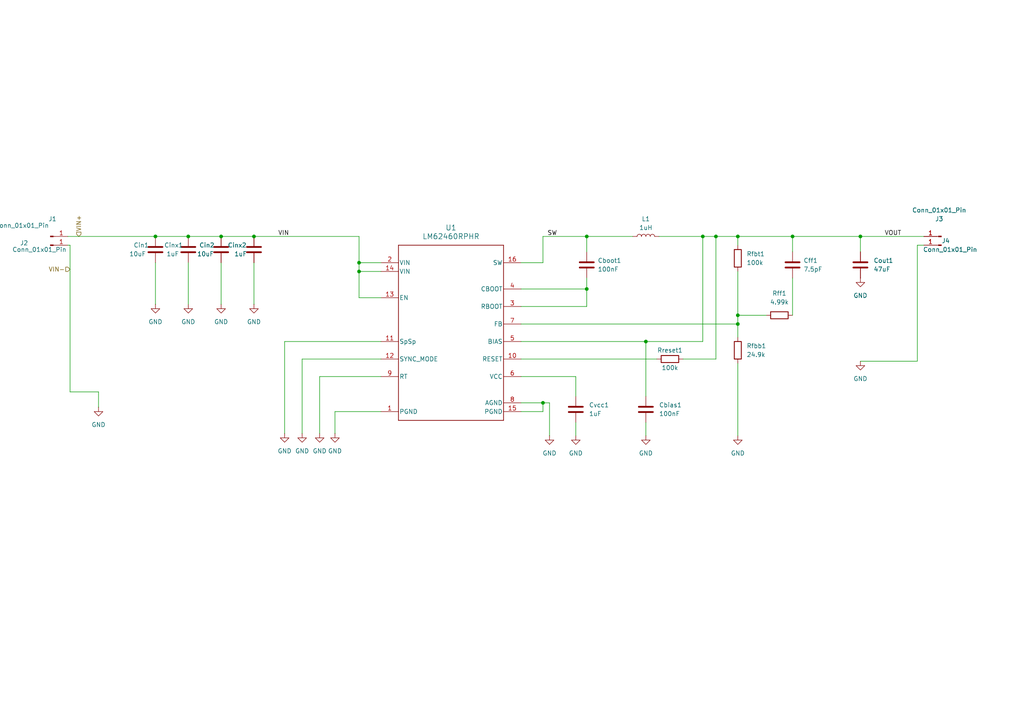
<source format=kicad_sch>
(kicad_sch (version 20231120) (generator "eeschema") (generator_version "8.0")
  (paper "A4")
  (lib_symbols
    (symbol "Connector:Conn_01x01_Pin" (pin_names (offset 1.016) hide)
      (property "Reference" "J" (at 0 2.54 0))
      (property "Value" "Conn_01x01_Pin" (at 0 -2.54 0))
      (symbol "Conn_01x01_Pin_1_1"
        (polyline (pts (xy 1.27 0) (xy 0.8636 0)) (stroke (width 0.1524)))
        (rectangle (start 0.8636 0.127) (end 0 -0.127) (stroke (width 0.1524)) (fill (type outline)))
        (pin passive line (at 5.08 0 180) (length 3.81) (name "Pin_1") (number "1"))
      )
    )
    (symbol "Device:C" (pin_numbers hide) (pin_names (offset 0.254))
      (property "Reference" "C" (at 0.635 2.54 0))
      (property "Value" "C" (at 0.635 -2.54 0))
      (symbol "C_0_1"
        (polyline (pts (xy -2.032 -0.762) (xy 2.032 -0.762)) (stroke (width 0.508)))
        (polyline (pts (xy -2.032 0.762) (xy 2.032 0.762)) (stroke (width 0.508)))
      )
      (symbol "C_1_1"
        (pin passive line (at 0 3.81 270) (length 2.794) (name "~") (number "1"))
        (pin passive line (at 0 -3.81 90) (length 2.794) (name "~") (number "2"))
      )
    )
    (symbol "Device:L" (pin_numbers hide) (pin_names (offset 1.016) hide)
      (property "Reference" "L" (at -1.27 0 90))
      (property "Value" "L" (at 1.905 0 90))
      (symbol "L_0_1"
        (arc (start 0 -2.54) (mid 0.6323 -1.905) (end 0 -1.27))
        (arc (start 0 -1.27) (mid 0.6323 -0.635) (end 0 0))
        (arc (start 0 0) (mid 0.6323 0.635) (end 0 1.27))
        (arc (start 0 1.27) (mid 0.6323 1.905) (end 0 2.54))
      )
      (symbol "L_1_1"
        (pin passive line (at 0 3.81 270) (length 1.27) (name "1") (number "1"))
        (pin passive line (at 0 -3.81 90) (length 1.27) (name "2") (number "2"))
      )
    )
    (symbol "Device:R" (pin_numbers hide) (pin_names (offset 0))
      (property "Reference" "R" (at 2.032 0 90))
      (property "Value" "R" (at 0 0 90))
      (symbol "R_0_1"
        (rectangle (start -1.016 -2.54) (end 1.016 2.54) (stroke (width 0.254)))
      )
      (symbol "R_1_1"
        (pin passive line (at 0 3.81 270) (length 1.27) (name "~") (number "1"))
        (pin passive line (at 0 -3.81 90) (length 1.27) (name "~") (number "2"))
      )
    )
    (symbol "LM62460RPHR:LM62460RPHR" (pin_names (offset 0.254))
      (property "Reference" "U" (at 0 2.54 0))
      (property "Value" "LM62460RPHR" (at 0 0 0))
      (symbol "LM62460RPHR_1_1"
        (polyline (pts (xy -15.24 -25.4) (xy 15.24 -25.4)) (stroke (width 0.2032)))
        (polyline (pts (xy -15.24 25.4) (xy -15.24 -25.4)) (stroke (width 0.2032)))
        (polyline (pts (xy 15.24 -25.4) (xy 15.24 25.4)) (stroke (width 0.2032)))
        (polyline (pts (xy 15.24 25.4) (xy -15.24 25.4)) (stroke (width 0.2032)))
        (pin power_in line (at -20.32 -22.86 0) (length 5.08) (name "PGND") (number "1"))
        (pin input line (at 20.32 -7.62 180) (length 5.08) (name "RESET") (number "10"))
        (pin unspecified line (at -20.32 -2.54 0) (length 5.08) (name "SpSp") (number "11"))
        (pin input line (at -20.32 -7.62 0) (length 5.08) (name "SYNC_MODE") (number "12"))
        (pin input line (at -20.32 10.16 0) (length 5.08) (name "EN") (number "13"))
        (pin power_in line (at -20.32 17.78 0) (length 5.08) (name "VIN") (number "14"))
        (pin power_in line (at 20.32 -22.86 180) (length 5.08) (name "PGND") (number "15"))
        (pin power_in line (at 20.32 20.32 180) (length 5.08) (name "SW") (number "16"))
        (pin power_in line (at -20.32 20.32 0) (length 5.08) (name "VIN") (number "2"))
        (pin unspecified line (at 20.32 7.62 180) (length 5.08) (name "RBOOT") (number "3"))
        (pin unspecified line (at 20.32 12.7 180) (length 5.08) (name "CBOOT") (number "4"))
        (pin unspecified line (at 20.32 -2.54 180) (length 5.08) (name "BIAS") (number "5"))
        (pin power_in line (at 20.32 -12.7 180) (length 5.08) (name "VCC") (number "6"))
        (pin input line (at 20.32 2.54 180) (length 5.08) (name "FB") (number "7"))
        (pin power_in line (at 20.32 -20.32 180) (length 5.08) (name "AGND") (number "8"))
        (pin unspecified line (at -20.32 -12.7 0) (length 5.08) (name "RT") (number "9"))
      )
    )
    (symbol "power:GND" (power) (pin_numbers hide) (pin_names (offset 0) hide)
      (property "Value" "GND" (at 0 -3.81 0))
      (symbol "GND_0_1"
        (polyline (pts (xy 0 0) (xy 0 -1.27) (xy 1.27 -1.27) (xy 0 -2.54) (xy -1.27 -1.27) (xy 0 -1.27)))
      )
      (symbol "GND_1_1"
        (pin power_in line (at 0 0 270) (length 0) (name "~") (number "1"))
      )
    )
  )
  (junction (at 213.995 91.44))
  (junction (at 207.645 68.58))
  (junction (at 64.135 68.58))
  (junction (at 229.87 68.58))
  (junction (at 73.66 68.58))
  (junction (at 203.835 68.58))
  (junction (at 213.995 93.98))
  (junction (at 170.18 83.82))
  (junction (at 170.18 68.58))
  (junction (at 104.14 76.2))
  (junction (at 249.555 68.58))
  (junction (at 104.14 78.74))
  (junction (at 213.995 68.58))
  (junction (at 45.085 68.58))
  (junction (at 54.61 68.58))
  (junction (at 157.48 116.84))
  (junction (at 187.325 99.06))
  (wire (pts (xy 151.13 88.9) (xy 170.18 88.9)))
  (wire (pts (xy 104.14 78.74) (xy 110.49 78.74)))
  (wire (pts (xy 104.14 76.2) (xy 110.49 76.2)))
  (wire (pts (xy 157.48 116.84) (xy 157.48 119.38)))
  (wire (pts (xy 151.13 76.2) (xy 157.48 76.2)))
  (wire (pts (xy 170.18 68.58) (xy 170.18 73.025)))
  (wire (pts (xy 73.66 68.58) (xy 104.14 68.58)))
  (wire (pts (xy 104.14 76.2) (xy 104.14 78.74)))
  (wire (pts (xy 187.325 99.06) (xy 203.835 99.06)))
  (wire (pts (xy 213.995 78.74) (xy 213.995 91.44)))
  (wire (pts (xy 229.87 68.58) (xy 249.555 68.58)))
  (wire (pts (xy 170.18 68.58) (xy 183.515 68.58)))
  (wire (pts (xy 104.14 68.58) (xy 104.14 76.2)))
  (wire (pts (xy 92.71 109.22) (xy 92.71 125.73)))
  (wire (pts (xy 170.18 83.82) (xy 170.18 88.9)))
  (wire (pts (xy 207.645 68.58) (xy 213.995 68.58)))
  (wire (pts (xy 110.49 119.38) (xy 97.155 119.38)))
  (wire (pts (xy 151.13 93.98) (xy 213.995 93.98)))
  (wire (pts (xy 64.135 88.265) (xy 64.135 76.2)))
  (wire (pts (xy 167.005 109.22) (xy 167.005 114.935)))
  (wire (pts (xy 19.685 68.58) (xy 45.085 68.58)))
  (wire (pts (xy 104.14 86.36) (xy 110.49 86.36)))
  (wire (pts (xy 20.32 113.665) (xy 20.32 71.12)))
  (wire (pts (xy 110.49 109.22) (xy 92.71 109.22)))
  (wire (pts (xy 151.13 99.06) (xy 187.325 99.06)))
  (wire (pts (xy 151.13 119.38) (xy 157.48 119.38)))
  (wire (pts (xy 157.48 68.58) (xy 170.18 68.58)))
  (wire (pts (xy 104.14 78.74) (xy 104.14 86.36)))
  (wire (pts (xy 249.555 68.58) (xy 249.555 73.025)))
  (wire (pts (xy 54.61 68.58) (xy 64.135 68.58)))
  (wire (pts (xy 266.065 104.775) (xy 266.065 71.12)))
  (wire (pts (xy 187.325 122.555) (xy 187.325 126.365)))
  (wire (pts (xy 213.995 105.41) (xy 213.995 126.365)))
  (wire (pts (xy 170.18 80.645) (xy 170.18 83.82)))
  (wire (pts (xy 151.13 104.14) (xy 190.5 104.14)))
  (wire (pts (xy 213.995 68.58) (xy 229.87 68.58)))
  (wire (pts (xy 45.085 88.265) (xy 45.085 76.2)))
  (wire (pts (xy 207.645 68.58) (xy 203.835 68.58)))
  (wire (pts (xy 249.555 104.775) (xy 266.065 104.775)))
  (wire (pts (xy 191.135 68.58) (xy 203.835 68.58)))
  (wire (pts (xy 213.995 68.58) (xy 213.995 71.12)))
  (wire (pts (xy 249.555 68.58) (xy 267.97 68.58)))
  (wire (pts (xy 167.005 122.555) (xy 167.005 126.365)))
  (wire (pts (xy 187.325 99.06) (xy 187.325 114.935)))
  (wire (pts (xy 82.55 99.06) (xy 110.49 99.06)))
  (wire (pts (xy 229.87 73.025) (xy 229.87 68.58)))
  (wire (pts (xy 110.49 104.14) (xy 87.63 104.14)))
  (wire (pts (xy 82.55 99.06) (xy 82.55 125.73)))
  (wire (pts (xy 159.385 116.84) (xy 159.385 126.365)))
  (wire (pts (xy 64.135 68.58) (xy 73.66 68.58)))
  (wire (pts (xy 97.155 119.38) (xy 97.155 125.73)))
  (wire (pts (xy 73.66 88.265) (xy 73.66 76.2)))
  (wire (pts (xy 151.13 109.22) (xy 167.005 109.22)))
  (wire (pts (xy 229.87 80.645) (xy 229.87 91.44)))
  (wire (pts (xy 45.085 68.58) (xy 54.61 68.58)))
  (wire (pts (xy 151.13 83.82) (xy 170.18 83.82)))
  (wire (pts (xy 198.12 104.14) (xy 207.645 104.14)))
  (wire (pts (xy 151.13 116.84) (xy 157.48 116.84)))
  (wire (pts (xy 213.995 93.98) (xy 213.995 97.79)))
  (wire (pts (xy 203.835 99.06) (xy 203.835 68.58)))
  (wire (pts (xy 87.63 104.14) (xy 87.63 125.73)))
  (wire (pts (xy 213.995 91.44) (xy 213.995 93.98)))
  (wire (pts (xy 20.32 71.12) (xy 19.685 71.12)))
  (wire (pts (xy 207.645 104.14) (xy 207.645 68.58)))
  (wire (pts (xy 28.575 113.665) (xy 28.575 118.11)))
  (wire (pts (xy 213.995 91.44) (xy 222.25 91.44)))
  (wire (pts (xy 20.32 113.665) (xy 28.575 113.665)))
  (wire (pts (xy 157.48 76.2) (xy 157.48 68.58)))
  (wire (pts (xy 266.065 71.12) (xy 267.97 71.12)))
  (wire (pts (xy 54.61 88.265) (xy 54.61 76.2)))
  (wire (pts (xy 157.48 116.84) (xy 159.385 116.84)))
  (label "SW" (at 158.75 68.58 0))
  (label "VOUT" (at 256.54 68.58 0))
  (label "VIN" (at 80.645 68.58 0))
  (hierarchical_label "VIN+" (shape input) (at 22.86 68.58 90))
  (hierarchical_label "VIN-" (shape input) (at 20.32 78.105 180))
  (symbol (lib_id "Device:R") (at 213.995 101.6 0) (unit 1) (exclude_from_sim yes)
    (property "Reference" "Rfbb1" (at 216.535 100.3299 0) (effects (justify left)))
    (property "Value" "24.9k" (at 216.535 102.8699 0) (effects (justify left)))
    (property "Footprint" "Resistor_SMD:R_0603_1608Metric" (effects (hide yes)))
    (property "Description" "Resistor" (effects (hide yes)))
  )
  (symbol (lib_id "Connector:Conn_01x01_Pin") (at 273.05 68.58 180) (unit 1) (exclude_from_sim yes)
    (property "Reference" "J3" (at 272.415 63.5 0))
    (property "Value" "Conn_01x01_Pin" (at 272.415 60.96 0))
    (property "Footprint" "Connector_Pin:Pin_D1.1mm_L8.5mm_W2.5mm_FlatFork" (effects (hide yes)))
    (property "Description" "Generic connector, single row, 01x01, script generated" (effects (hide yes)))
  )
  (symbol (lib_id "Device:C") (at 249.555 76.835 0) (unit 1) (exclude_from_sim yes)
    (property "Reference" "Cout1" (at 253.365 75.5649 0) (effects (justify left)))
    (property "Value" "47uF" (at 253.365 78.1049 0) (effects (justify left)))
    (property "Footprint" "Capacitor_SMD:C_0805_2012Metric" (effects (hide yes)))
    (property "Description" "Unpolarized capacitor" (effects (hide yes)))
  )
  (symbol (lib_id "LM62460RPHR:LM62460RPHR") (at 130.81 96.52 0) (unit 1) (exclude_from_sim yes)
    (property "Reference" "U1" (at 130.81 66.04 0) (effects (font (size 1.524 1.524))))
    (property "Value" "LM62460RPHR" (at 130.81 68.58 0) (effects (font (size 1.524 1.524))))
    (property "Footprint" "LM62460:RPH0016A" (effects (hide yes)))
  )
  (symbol (lib_id "power:GND") (at 73.66 88.265 0) (unit 1) (exclude_from_sim yes)
    (property "Reference" "#PWR05" (effects (hide yes)))
    (property "Value" "GND" (at 73.66 93.345 0))
    (property "Description" "Power symbol creates a global label with name \"GND\" , ground" (effects (hide yes)))
  )
  (symbol (lib_id "Device:C") (at 64.135 72.39 0) (unit 1) (exclude_from_sim yes)
    (property "Reference" "Cin2" (at 57.785 71.12 0) (effects (justify left)))
    (property "Value" "10uF" (at 57.15 73.66 0) (effects (justify left)))
    (property "Footprint" "Capacitor_SMD:C_1210_3225Metric" (effects (hide yes)))
    (property "Description" "Unpolarized capacitor" (effects (hide yes)))
  )
  (symbol (lib_id "power:GND") (at 249.555 104.775 0) (unit 1) (exclude_from_sim yes)
    (property "Reference" "#PWR015" (effects (hide yes)))
    (property "Value" "GND" (at 249.555 109.855 0))
    (property "Description" "Power symbol creates a global label with name \"GND\" , ground" (effects (hide yes)))
  )
  (symbol (lib_id "Device:C") (at 167.005 118.745 0) (unit 1) (exclude_from_sim yes)
    (property "Reference" "Cvcc1" (at 170.815 117.4749 0) (effects (justify left)))
    (property "Value" "1uF" (at 170.815 120.0149 0) (effects (justify left)))
    (property "Footprint" "Capacitor_SMD:C_0402_1005Metric" (effects (hide yes)))
    (property "Description" "Unpolarized capacitor" (effects (hide yes)))
  )
  (symbol (lib_id "Connector:Conn_01x01_Pin") (at 273.05 71.12 180) (unit 1) (exclude_from_sim yes)
    (property "Reference" "J4" (at 274.32 69.85 0))
    (property "Value" "Conn_01x01_Pin" (at 275.59 72.39 0))
    (property "Footprint" "Connector_Pin:Pin_D1.1mm_L8.5mm_W2.5mm_FlatFork" (effects (hide yes)))
    (property "Description" "Generic connector, single row, 01x01, script generated" (effects (hide yes)))
  )
  (symbol (lib_id "Connector:Conn_01x01_Pin") (at 14.605 68.58 0) (unit 1) (exclude_from_sim yes)
    (property "Reference" "J1" (at 15.24 63.5 0))
    (property "Value" "Conn_01x01_Pin" (at 6.35 65.405 0))
    (property "Footprint" "Connector_Pin:Pin_D1.1mm_L8.5mm_W2.5mm_FlatFork" (effects (hide yes)))
    (property "Description" "Generic connector, single row, 01x01, script generated" (effects (hide yes)))
  )
  (symbol (lib_id "power:GND") (at 187.325 126.365 0) (unit 1) (exclude_from_sim yes)
    (property "Reference" "#PWR012" (effects (hide yes)))
    (property "Value" "GND" (at 187.325 131.445 0))
    (property "Description" "Power symbol creates a global label with name \"GND\" , ground" (effects (hide yes)))
  )
  (symbol (lib_id "Device:C") (at 45.085 72.39 0) (unit 1) (exclude_from_sim yes)
    (property "Reference" "Cin1" (at 38.735 71.12 0) (effects (justify left)))
    (property "Value" "10uF" (at 37.465 73.66 0) (effects (justify left)))
    (property "Footprint" "Capacitor_SMD:C_1210_3225Metric" (effects (hide yes)))
    (property "Description" "Unpolarized capacitor" (effects (hide yes)))
  )
  (symbol (lib_id "Device:L") (at 187.325 68.58 90) (unit 1) (exclude_from_sim yes)
    (property "Reference" "L1" (at 187.325 63.5 90))
    (property "Value" "1uH" (at 187.325 66.04 90))
    (property "Footprint" "Inductor_SMD:L_Coilcraft_XxL4020" (effects (hide yes)))
    (property "Description" "Inductor" (effects (hide yes)))
  )
  (symbol (lib_id "power:GND") (at 92.71 125.73 0) (unit 1) (exclude_from_sim yes)
    (property "Reference" "#PWR08" (effects (hide yes)))
    (property "Value" "GND" (at 92.71 130.81 0))
    (property "Description" "Power symbol creates a global label with name \"GND\" , ground" (effects (hide yes)))
  )
  (symbol (lib_id "Device:C") (at 170.18 76.835 0) (unit 1) (exclude_from_sim yes)
    (property "Reference" "Cboot1" (at 173.355 75.5649 0) (effects (justify left)))
    (property "Value" "100nF" (at 173.355 78.1049 0) (effects (justify left)))
    (property "Footprint" "Capacitor_SMD:C_0402_1005Metric" (effects (hide yes)))
    (property "Description" "Unpolarized capacitor" (effects (hide yes)))
  )
  (symbol (lib_id "power:GND") (at 82.55 125.73 0) (unit 1) (exclude_from_sim yes)
    (property "Reference" "#PWR06" (effects (hide yes)))
    (property "Value" "GND" (at 82.55 130.81 0))
    (property "Description" "Power symbol creates a global label with name \"GND\" , ground" (effects (hide yes)))
  )
  (symbol (lib_id "power:GND") (at 87.63 125.73 0) (unit 1) (exclude_from_sim yes)
    (property "Reference" "#PWR07" (effects (hide yes)))
    (property "Value" "GND" (at 87.63 130.81 0))
    (property "Description" "Power symbol creates a global label with name \"GND\" , ground" (effects (hide yes)))
  )
  (symbol (lib_id "Device:C") (at 54.61 72.39 0) (unit 1) (exclude_from_sim yes)
    (property "Reference" "Cinx1" (at 47.625 71.12 0) (effects (justify left)))
    (property "Value" "1uF" (at 48.26 73.66 0) (effects (justify left)))
    (property "Footprint" "Capacitor_SMD:C_0603_1608Metric" (effects (hide yes)))
    (property "Description" "Unpolarized capacitor" (effects (hide yes)))
  )
  (symbol (lib_id "Device:R") (at 194.31 104.14 90) (unit 1) (exclude_from_sim yes)
    (property "Reference" "Rreset1" (at 194.31 101.6 90))
    (property "Value" "100k" (at 194.31 106.68 90))
    (property "Footprint" "Resistor_SMD:R_0603_1608Metric" (effects (hide yes)))
    (property "Description" "Resistor" (effects (hide yes)))
  )
  (symbol (lib_id "Device:C") (at 73.66 72.39 0) (unit 1) (exclude_from_sim yes)
    (property "Reference" "Cinx2" (at 66.04 71.12 0) (effects (justify left)))
    (property "Value" "1uF" (at 67.945 73.66 0) (effects (justify left)))
    (property "Footprint" "Capacitor_SMD:C_0603_1608Metric" (effects (hide yes)))
    (property "Description" "Unpolarized capacitor" (effects (hide yes)))
  )
  (symbol (lib_id "Device:C") (at 187.325 118.745 0) (unit 1) (exclude_from_sim yes)
    (property "Reference" "Cbias1" (at 191.135 117.4749 0) (effects (justify left)))
    (property "Value" "100nF" (at 191.135 120.0149 0) (effects (justify left)))
    (property "Footprint" "Capacitor_SMD:C_0402_1005Metric" (effects (hide yes)))
    (property "Description" "Unpolarized capacitor" (effects (hide yes)))
  )
  (symbol (lib_id "power:GND") (at 213.995 126.365 0) (unit 1) (exclude_from_sim yes)
    (property "Reference" "#PWR013" (effects (hide yes)))
    (property "Value" "GND" (at 213.995 131.445 0))
    (property "Description" "Power symbol creates a global label with name \"GND\" , ground" (effects (hide yes)))
  )
  (symbol (lib_id "Connector:Conn_01x01_Pin") (at 14.605 71.12 0) (unit 1) (exclude_from_sim yes)
    (property "Reference" "J2" (at 6.985 70.485 0))
    (property "Value" "Conn_01x01_Pin" (at 11.43 72.39 0))
    (property "Footprint" "Connector_Pin:Pin_D1.1mm_L8.5mm_W2.5mm_FlatFork" (effects (hide yes)))
    (property "Description" "Generic connector, single row, 01x01, script generated" (effects (hide yes)))
  )
  (symbol (lib_id "power:GND") (at 97.155 125.73 0) (unit 1) (exclude_from_sim yes)
    (property "Reference" "#PWR09" (effects (hide yes)))
    (property "Value" "GND" (at 97.155 130.81 0))
    (property "Description" "Power symbol creates a global label with name \"GND\" , ground" (effects (hide yes)))
  )
  (symbol (lib_id "power:GND") (at 28.575 118.11 0) (unit 1) (exclude_from_sim yes)
    (property "Reference" "#PWR01" (effects (hide yes)))
    (property "Value" "GND" (at 28.575 123.19 0))
    (property "Description" "Power symbol creates a global label with name \"GND\" , ground" (effects (hide yes)))
  )
  (symbol (lib_id "power:GND") (at 54.61 88.265 0) (unit 1) (exclude_from_sim yes)
    (property "Reference" "#PWR03" (effects (hide yes)))
    (property "Value" "GND" (at 54.61 93.345 0))
    (property "Description" "Power symbol creates a global label with name \"GND\" , ground" (effects (hide yes)))
  )
  (symbol (lib_id "Device:R") (at 213.995 74.93 0) (unit 1) (exclude_from_sim yes)
    (property "Reference" "Rfbt1" (at 216.535 73.6599 0) (effects (justify left)))
    (property "Value" "100k" (at 216.535 76.1999 0) (effects (justify left)))
    (property "Footprint" "Resistor_SMD:R_0603_1608Metric" (effects (hide yes)))
    (property "Description" "Resistor" (effects (hide yes)))
  )
  (symbol (lib_id "Device:C") (at 229.87 76.835 0) (unit 1) (exclude_from_sim yes)
    (property "Reference" "Cff1" (at 233.045 75.5649 0) (effects (justify left)))
    (property "Value" "7.5pF" (at 233.045 78.1049 0) (effects (justify left)))
    (property "Footprint" "Capacitor_SMD:C_0402_1005Metric" (effects (hide yes)))
    (property "Description" "Unpolarized capacitor" (effects (hide yes)))
  )
  (symbol (lib_id "Device:R") (at 226.06 91.44 90) (unit 1) (exclude_from_sim yes)
    (property "Reference" "Rff1" (at 226.06 85.09 90))
    (property "Value" "4.99k" (at 226.06 87.63 90))
    (property "Footprint" "Resistor_SMD:R_0603_1608Metric" (effects (hide yes)))
    (property "Description" "Resistor" (effects (hide yes)))
  )
  (symbol (lib_id "power:GND") (at 167.005 126.365 0) (unit 1) (exclude_from_sim yes)
    (property "Reference" "#PWR011" (effects (hide yes)))
    (property "Value" "GND" (at 167.005 131.445 0))
    (property "Description" "Power symbol creates a global label with name \"GND\" , ground" (effects (hide yes)))
  )
  (symbol (lib_id "power:GND") (at 249.555 80.645 0) (unit 1) (exclude_from_sim yes)
    (property "Reference" "#PWR014" (effects (hide yes)))
    (property "Value" "GND" (at 249.555 85.725 0))
    (property "Description" "Power symbol creates a global label with name \"GND\" , ground" (effects (hide yes)))
  )
  (symbol (lib_id "power:GND") (at 159.385 126.365 0) (unit 1) (exclude_from_sim yes)
    (property "Reference" "#PWR010" (effects (hide yes)))
    (property "Value" "GND" (at 159.385 131.445 0))
    (property "Description" "Power symbol creates a global label with name \"GND\" , ground" (effects (hide yes)))
  )
  (symbol (lib_id "power:GND") (at 64.135 88.265 0) (unit 1) (exclude_from_sim yes)
    (property "Reference" "#PWR04" (effects (hide yes)))
    (property "Value" "GND" (at 64.135 93.345 0))
    (property "Description" "Power symbol creates a global label with name \"GND\" , ground" (effects (hide yes)))
  )
  (symbol (lib_id "power:GND") (at 45.085 88.265 0) (unit 1) (exclude_from_sim yes)
    (property "Reference" "#PWR02" (effects (hide yes)))
    (property "Value" "GND" (at 45.085 93.345 0))
    (property "Description" "Power symbol creates a global label with name \"GND\" , ground" (effects (hide yes)))
  )
)
</source>
